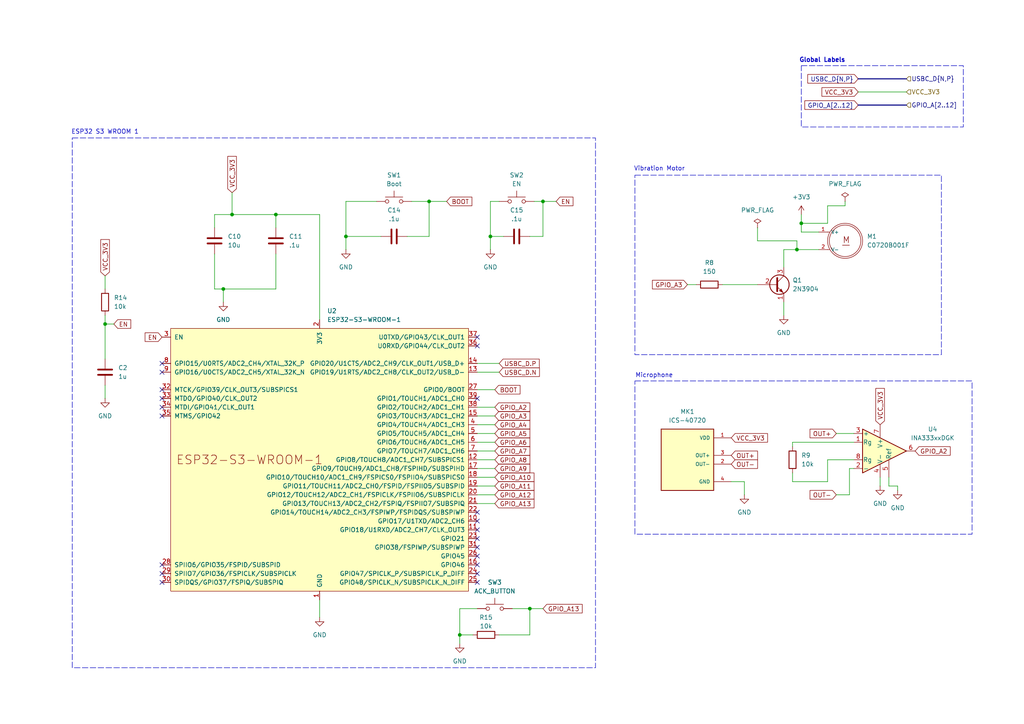
<source format=kicad_sch>
(kicad_sch (version 20231120) (generator "eeschema") (generator_version "8.0")
  (paper "A4")
  (lib_symbols
    (symbol "Amplifier_Instrumentation:INA333xxDGK" (pin_names (offset 0.127))
      (property "Reference" "U" (at 3.81 3.175 0))
      (property "Value" "INA333xxDGK" (at 3.81 -3.175 0))
      (symbol "INA333xxDGK_0_1"
        (polyline (pts (xy 7.62 0) (xy -5.08 6.35) (xy -5.08 -6.35) (xy 7.62 0)) (stroke (width 0.254)) (fill (type background)))
      )
      (symbol "INA333xxDGK_1_1"
        (pin passive line (at -7.62 2.54 0) (length 2.54) (name "Rg") (number "1"))
        (pin input line (at -7.62 -5.08 0) (length 2.54) (name "-") (number "2"))
        (pin input line (at -7.62 5.08 0) (length 2.54) (name "+") (number "3"))
        (pin power_in line (at 0 -7.62 90) (length 3.81) (name "V-") (number "4"))
        (pin input line (at 2.54 -7.62 90) (length 5.08) (name "Ref") (number "5"))
        (pin output line (at 10.16 0 180) (length 2.54) (name "~") (number "6"))
        (pin power_in line (at 0 7.62 270) (length 3.81) (name "V+") (number "7"))
        (pin passive line (at -7.62 -2.54 0) (length 2.54) (name "Rg") (number "8"))
      )
    )
    (symbol "C0720B001F:C0720B001F" (pin_names (offset 1.016))
      (property "Reference" "M" (at -6.3725 6.5 0))
      (property "Value" "C0720B001F" (at -5.5952 -9.0285 0))
      (symbol "C0720B001F_0_0"
        (polyline (pts (xy -5.08 2.54) (xy -4.572 2.54)) (stroke (width 0.1524)))
        (polyline (pts (xy -4.572 -2.54) (xy -5.08 -2.54)) (stroke (width 0.1524)))
        (polyline (pts (xy -0.762 -1.27) (xy 1.27 -1.27)) (stroke (width 0.1524)))
        (circle (center 0 0) (radius 4.572) (stroke (width 0.1524)))
        (circle (center 0 0) (radius 5.08) (stroke (width 0.1524)))
        (text "M" (at -0.7635 -0.7635 0) (effects (font (size 1.7815 1.7815)) (justify left bottom)))
        (pin power_in line (at -7.62 2.54 0) (length 2.54) (name "V+") (number "1"))
        (pin power_in line (at -7.62 -2.54 0) (length 2.54) (name "V-") (number "2"))
      )
    )
    (symbol "Device:C" (pin_numbers hide) (pin_names (offset 0.254))
      (property "Reference" "C" (at 0.635 2.54 0))
      (property "Value" "C" (at 0.635 -2.54 0))
      (symbol "C_0_1"
        (polyline (pts (xy -2.032 -0.762) (xy 2.032 -0.762)) (stroke (width 0.508)))
        (polyline (pts (xy -2.032 0.762) (xy 2.032 0.762)) (stroke (width 0.508)))
      )
      (symbol "C_1_1"
        (pin passive line (at 0 3.81 270) (length 2.794) (name "~") (number "1"))
        (pin passive line (at 0 -3.81 90) (length 2.794) (name "~") (number "2"))
      )
    )
    (symbol "Device:R" (pin_numbers hide) (pin_names (offset 0))
      (property "Reference" "R" (at 2.032 0 90))
      (property "Value" "R" (at 0 0 90))
      (symbol "R_0_1"
        (rectangle (start -1.016 -2.54) (end 1.016 2.54) (stroke (width 0.254)))
      )
      (symbol "R_1_1"
        (pin passive line (at 0 3.81 270) (length 1.27) (name "~") (number "1"))
        (pin passive line (at 0 -3.81 90) (length 1.27) (name "~") (number "2"))
      )
    )
    (symbol "ICS-40720:ICS-40720" (pin_names (offset 1.016))
      (property "Reference" "MK" (at -7.6535 10.7149 0))
      (property "Value" "ICS-40720" (at -7.6544 -10.2058 0))
      (symbol "ICS-40720_0_0"
        (rectangle (start -7.62 -7.62) (end 7.62 10.16) (stroke (width 0.254)) (fill (type background)))
        (pin power_in line (at 12.7 7.62 180) (length 5.08) (name "VDD") (number "1"))
        (pin output line (at 12.7 0 180) (length 5.08) (name "OUT-") (number "2"))
        (pin output line (at 12.7 2.54 180) (length 5.08) (name "OUT+") (number "3"))
        (pin power_in line (at 12.7 -5.08 180) (length 5.08) (name "GND") (number "4"))
      )
    )
    (symbol "PCM_Espressif:ESP32-S3-WROOM-1" (pin_names (offset 1.016))
      (property "Reference" "U" (at -43.18 43.18 0))
      (property "Value" "ESP32-S3-WROOM-1" (at -43.18 40.64 0))
      (symbol "ESP32-S3-WROOM-1_0_0"
        (text "ESP32-S3-WROOM-1" (at -20.32 0 0) (effects (font (size 2.54 2.54))))
        (pin power_in line (at 0 -40.64 90) (length 2.54) (name "GND") (number "1"))
        (pin bidirectional line (at 45.72 -17.78 180) (length 2.54) (name "GPIO17/U1TXD/ADC2_CH6") (number "10"))
        (pin bidirectional line (at 45.72 -20.32 180) (length 2.54) (name "GPIO18/U1RXD/ADC2_CH7/CLK_OUT3") (number "11"))
        (pin bidirectional line (at 45.72 0 180) (length 2.54) (name "GPIO8/TOUCH8/ADC1_CH7/SUBSPICS1") (number "12"))
        (pin bidirectional line (at 45.72 25.4 180) (length 2.54) (name "GPIO19/U1RTS/ADC2_CH8/CLK_OUT2/USB_D-") (number "13"))
        (pin bidirectional line (at 45.72 27.94 180) (length 2.54) (name "GPIO20/U1CTS/ADC2_CH9/CLK_OUT1/USB_D+") (number "14"))
        (pin bidirectional line (at 45.72 12.7 180) (length 2.54) (name "GPIO3/TOUCH3/ADC1_CH2") (number "15"))
        (pin bidirectional line (at 45.72 -30.48 180) (length 2.54) (name "GPIO46") (number "16"))
        (pin bidirectional line (at 45.72 -2.54 180) (length 2.54) (name "GPIO9/TOUCH9/ADC1_CH8/FSPIHD/SUBSPIHD") (number "17"))
        (pin bidirectional line (at 45.72 -5.08 180) (length 2.54) (name "GPIO10/TOUCH10/ADC1_CH9/FSPICS0/FSPIIO4/SUBSPICS0") (number "18"))
        (pin bidirectional line (at 45.72 -7.62 180) (length 2.54) (name "GPIO11/TOUCH11/ADC2_CH0/FSPID/FSPIIO5/SUBSPID") (number "19"))
        (pin power_in line (at 0 40.64 270) (length 2.54) (name "3V3") (number "2"))
        (pin bidirectional line (at 45.72 -10.16 180) (length 2.54) (name "GPIO12/TOUCH12/ADC2_CH1/FSPICLK/FSPIIO6/SUBSPICLK") (number "20"))
        (pin bidirectional line (at 45.72 -12.7 180) (length 2.54) (name "GPIO13/TOUCH13/ADC2_CH2/FSPIQ/FSPIIO7/SUBSPIQ") (number "21"))
        (pin bidirectional line (at 45.72 -15.24 180) (length 2.54) (name "GPIO14/TOUCH14/ADC2_CH3/FSPIWP/FSPIDQS/SUBSPIWP") (number "22"))
        (pin bidirectional line (at 45.72 -22.86 180) (length 2.54) (name "GPIO21") (number "23"))
        (pin bidirectional line (at 45.72 -33.02 180) (length 2.54) (name "GPIO47/SPICLK_P/SUBSPICLK_P_DIFF") (number "24"))
        (pin bidirectional line (at 45.72 -35.56 180) (length 2.54) (name "GPIO48/SPICLK_N/SUBSPICLK_N_DIFF") (number "25"))
        (pin bidirectional line (at 45.72 -27.94 180) (length 2.54) (name "GPIO45") (number "26"))
        (pin bidirectional line (at 45.72 20.32 180) (length 2.54) (name "GPIO0/BOOT") (number "27"))
        (pin bidirectional line (at -45.72 -30.48 0) (length 2.54) (name "SPIIO6/GPIO35/FSPID/SUBSPID") (number "28"))
        (pin bidirectional line (at -45.72 -33.02 0) (length 2.54) (name "SPIIO7/GPIO36/FSPICLK/SUBSPICLK") (number "29"))
        (pin input line (at -45.72 35.56 0) (length 2.54) (name "EN") (number "3"))
        (pin bidirectional line (at -45.72 -35.56 0) (length 2.54) (name "SPIDQS/GPIO37/FSPIQ/SUBSPIQ") (number "30"))
        (pin bidirectional line (at 45.72 -25.4 180) (length 2.54) (name "GPIO38/FSPIWP/SUBSPIWP") (number "31"))
        (pin bidirectional line (at -45.72 20.32 0) (length 2.54) (name "MTCK/GPIO39/CLK_OUT3/SUBSPICS1") (number "32"))
        (pin bidirectional line (at -45.72 17.78 0) (length 2.54) (name "MTDO/GPIO40/CLK_OUT2") (number "33"))
        (pin bidirectional line (at -45.72 15.24 0) (length 2.54) (name "MTDI/GPIO41/CLK_OUT1") (number "34"))
        (pin bidirectional line (at -45.72 12.7 0) (length 2.54) (name "MTMS/GPIO42") (number "35"))
        (pin bidirectional line (at 45.72 33.02 180) (length 2.54) (name "U0RXD/GPIO44/CLK_OUT2") (number "36"))
        (pin bidirectional line (at 45.72 35.56 180) (length 2.54) (name "U0TXD/GPIO43/CLK_OUT1") (number "37"))
        (pin bidirectional line (at 45.72 15.24 180) (length 2.54) (name "GPIO2/TOUCH2/ADC1_CH1") (number "38"))
        (pin bidirectional line (at 45.72 17.78 180) (length 2.54) (name "GPIO1/TOUCH1/ADC1_CH0") (number "39"))
        (pin bidirectional line (at 45.72 10.16 180) (length 2.54) (name "GPIO4/TOUCH4/ADC1_CH3") (number "4"))
        (pin passive line (at 0 -40.64 90) (length 2.54) hide (name "GND") (number "40"))
        (pin passive line (at 0 -40.64 90) (length 2.54) hide (name "GND") (number "41"))
        (pin bidirectional line (at 45.72 7.62 180) (length 2.54) (name "GPIO5/TOUCH5/ADC1_CH4") (number "5"))
        (pin bidirectional line (at 45.72 5.08 180) (length 2.54) (name "GPIO6/TOUCH6/ADC1_CH5") (number "6"))
        (pin bidirectional line (at 45.72 2.54 180) (length 2.54) (name "GPIO7/TOUCH7/ADC1_CH6") (number "7"))
        (pin bidirectional line (at -45.72 27.94 0) (length 2.54) (name "GPIO15/U0RTS/ADC2_CH4/XTAL_32K_P") (number "8"))
        (pin bidirectional line (at -45.72 25.4 0) (length 2.54) (name "GPIO16/U0CTS/ADC2_CH5/XTAL_32K_N") (number "9"))
      )
      (symbol "ESP32-S3-WROOM-1_0_1"
        (rectangle (start -43.18 38.1) (end 43.18 -38.1) (fill (type background)))
      )
    )
    (symbol "Switch:SW_Push" (pin_numbers hide) (pin_names (offset 1.016) hide)
      (property "Reference" "SW" (at 1.27 2.54 0))
      (property "Value" "SW_Push" (at 0 -1.524 0))
      (symbol "SW_Push_0_1"
        (circle (center -2.032 0) (radius 0.508))
        (polyline (pts (xy 0 1.27) (xy 0 3.048)))
        (polyline (pts (xy 2.54 1.27) (xy -2.54 1.27)))
        (circle (center 2.032 0) (radius 0.508))
        (pin passive line (at -5.08 0 0) (length 2.54) (name "1") (number "1"))
        (pin passive line (at 5.08 0 180) (length 2.54) (name "2") (number "2"))
      )
    )
    (symbol "Transistor_BJT:2N3904" (pin_names (offset 0) hide)
      (property "Reference" "Q" (at 5.08 1.905 0))
      (property "Value" "2N3904" (at 5.08 0 0))
      (symbol "2N3904_0_1"
        (polyline (pts (xy 0.635 0.635) (xy 2.54 2.54)))
        (polyline (pts (xy 0.635 -0.635) (xy 2.54 -2.54) (xy 2.54 -2.54)))
        (polyline (pts (xy 0.635 1.905) (xy 0.635 -1.905) (xy 0.635 -1.905)) (stroke (width 0.508)))
        (polyline (pts (xy 1.27 -1.778) (xy 1.778 -1.27) (xy 2.286 -2.286) (xy 1.27 -1.778) (xy 1.27 -1.778)) (fill (type outline)))
        (circle (center 1.27 0) (radius 2.8194) (stroke (width 0.254)))
      )
      (symbol "2N3904_1_1"
        (pin passive line (at 2.54 -5.08 90) (length 2.54) (name "E") (number "1"))
        (pin passive line (at -5.08 0 0) (length 5.715) (name "B") (number "2"))
        (pin passive line (at 2.54 5.08 270) (length 2.54) (name "C") (number "3"))
      )
    )
    (symbol "power:+3V3" (power) (pin_numbers hide) (pin_names (offset 0) hide)
      (property "Value" "+3V3" (at 0 3.556 0))
      (symbol "+3V3_0_1"
        (polyline (pts (xy -0.762 1.27) (xy 0 2.54)))
        (polyline (pts (xy 0 0) (xy 0 2.54)))
        (polyline (pts (xy 0 2.54) (xy 0.762 1.27)))
      )
      (symbol "+3V3_1_1"
        (pin power_in line (at 0 0 90) (length 0) (name "~") (number "1"))
      )
    )
    (symbol "power:GND" (power) (pin_numbers hide) (pin_names (offset 0) hide)
      (property "Value" "GND" (at 0 -3.81 0))
      (symbol "GND_0_1"
        (polyline (pts (xy 0 0) (xy 0 -1.27) (xy 1.27 -1.27) (xy 0 -2.54) (xy -1.27 -1.27) (xy 0 -1.27)))
      )
      (symbol "GND_1_1"
        (pin power_in line (at 0 0 270) (length 0) (name "~") (number "1"))
      )
    )
    (symbol "power:PWR_FLAG" (power) (pin_numbers hide) (pin_names (offset 0) hide)
      (property "Value" "PWR_FLAG" (at 0 3.81 0))
      (symbol "PWR_FLAG_0_0"
        (pin power_out line (at 0 0 90) (length 0) (name "~") (number "1"))
      )
      (symbol "PWR_FLAG_0_1"
        (polyline (pts (xy 0 0) (xy 0 1.27) (xy -1.016 1.905) (xy 0 2.54) (xy 1.016 1.905) (xy 0 1.27)))
      )
    )
  )
  (junction (at 100.33 68.58))
  (junction (at 80.01 62.23))
  (junction (at 142.24 68.58))
  (junction (at 124.46 58.42))
  (junction (at 153.67 176.53))
  (junction (at 30.48 93.98))
  (junction (at 67.31 62.23))
  (junction (at 157.48 58.42))
  (junction (at 231.14 72.39))
  (junction (at 64.77 83.82))
  (junction (at 133.35 184.15))
  (junction (at 232.41 64.77))
  (no_connect (at 46.99 115.57))
  (no_connect (at 138.43 163.83))
  (no_connect (at 138.43 166.37))
  (no_connect (at 46.99 105.41))
  (no_connect (at 138.43 156.21))
  (no_connect (at 138.43 151.13))
  (no_connect (at 46.99 107.95))
  (no_connect (at 138.43 153.67))
  (no_connect (at 138.43 158.75))
  (no_connect (at 46.99 113.03))
  (no_connect (at 46.99 120.65))
  (no_connect (at 138.43 115.57))
  (no_connect (at 46.99 168.91))
  (no_connect (at 138.43 168.91))
  (no_connect (at 46.99 166.37))
  (no_connect (at 138.43 161.29))
  (no_connect (at 46.99 163.83))
  (no_connect (at 138.43 100.33))
  (no_connect (at 46.99 118.11))
  (no_connect (at 138.43 97.79))
  (no_connect (at 138.43 148.59))
  (wire (pts (xy 227.33 72.39) (xy 231.14 72.39)))
  (wire (pts (xy 143.51 135.89) (xy 138.43 135.89)))
  (wire (pts (xy 246.38 143.51) (xy 242.57 143.51)))
  (wire (pts (xy 62.23 73.66) (xy 62.23 83.82)))
  (wire (pts (xy 64.77 83.82) (xy 80.01 83.82)))
  (wire (pts (xy 138.43 107.95) (xy 144.78 107.95)))
  (wire (pts (xy 100.33 68.58) (xy 110.49 68.58)))
  (wire (pts (xy 143.51 118.11) (xy 138.43 118.11)))
  (wire (pts (xy 260.35 140.97) (xy 260.35 142.24)))
  (wire (pts (xy 232.41 62.23) (xy 232.41 64.77)))
  (wire (pts (xy 227.33 87.63) (xy 227.33 91.44)))
  (wire (pts (xy 237.49 67.31) (xy 232.41 67.31)))
  (wire (pts (xy 242.57 125.73) (xy 247.65 125.73)))
  (wire (pts (xy 240.03 133.35) (xy 247.65 133.35)))
  (wire (pts (xy 245.11 58.42) (xy 245.11 59.69)))
  (wire (pts (xy 92.71 62.23) (xy 92.71 92.71)))
  (wire (pts (xy 257.81 138.43) (xy 257.81 140.97)))
  (wire (pts (xy 30.48 93.98) (xy 33.02 93.98)))
  (wire (pts (xy 133.35 176.53) (xy 133.35 184.15)))
  (wire (pts (xy 212.09 139.7) (xy 215.9 139.7)))
  (bus (pts (xy 248.92 22.86) (xy 262.89 22.86)))
  (wire (pts (xy 143.51 130.81) (xy 138.43 130.81)))
  (wire (pts (xy 247.65 135.89) (xy 246.38 135.89)))
  (wire (pts (xy 92.71 62.23) (xy 80.01 62.23)))
  (wire (pts (xy 80.01 73.66) (xy 80.01 83.82)))
  (wire (pts (xy 240.03 64.77) (xy 240.03 59.69)))
  (wire (pts (xy 124.46 58.42) (xy 129.54 58.42)))
  (wire (pts (xy 124.46 68.58) (xy 124.46 58.42)))
  (wire (pts (xy 142.24 68.58) (xy 142.24 72.39)))
  (wire (pts (xy 67.31 55.88) (xy 67.31 62.23)))
  (wire (pts (xy 143.51 143.51) (xy 138.43 143.51)))
  (wire (pts (xy 157.48 68.58) (xy 157.48 58.42)))
  (wire (pts (xy 142.24 58.42) (xy 142.24 68.58)))
  (wire (pts (xy 143.51 128.27) (xy 138.43 128.27)))
  (wire (pts (xy 30.48 93.98) (xy 30.48 104.14)))
  (wire (pts (xy 229.87 137.16) (xy 229.87 139.7)))
  (wire (pts (xy 143.51 146.05) (xy 138.43 146.05)))
  (wire (pts (xy 148.59 176.53) (xy 153.67 176.53)))
  (wire (pts (xy 231.14 72.39) (xy 237.49 72.39)))
  (wire (pts (xy 231.14 72.39) (xy 231.14 69.85)))
  (wire (pts (xy 229.87 128.27) (xy 247.65 128.27)))
  (wire (pts (xy 255.27 138.43) (xy 255.27 140.97)))
  (wire (pts (xy 232.41 64.77) (xy 232.41 67.31)))
  (wire (pts (xy 138.43 105.41) (xy 144.78 105.41)))
  (wire (pts (xy 229.87 128.27) (xy 229.87 129.54)))
  (wire (pts (xy 62.23 83.82) (xy 64.77 83.82)))
  (wire (pts (xy 246.38 135.89) (xy 246.38 143.51)))
  (wire (pts (xy 240.03 139.7) (xy 240.03 133.35)))
  (wire (pts (xy 215.9 139.7) (xy 215.9 143.51)))
  (wire (pts (xy 240.03 59.69) (xy 245.11 59.69)))
  (wire (pts (xy 143.51 125.73) (xy 138.43 125.73)))
  (wire (pts (xy 153.67 176.53) (xy 153.67 184.15)))
  (wire (pts (xy 100.33 58.42) (xy 100.33 68.58)))
  (wire (pts (xy 257.81 140.97) (xy 260.35 140.97)))
  (wire (pts (xy 80.01 62.23) (xy 80.01 66.04)))
  (wire (pts (xy 209.55 82.55) (xy 219.71 82.55)))
  (wire (pts (xy 142.24 68.58) (xy 146.05 68.58)))
  (wire (pts (xy 133.35 184.15) (xy 133.35 186.69)))
  (wire (pts (xy 153.67 176.53) (xy 157.48 176.53)))
  (wire (pts (xy 232.41 64.77) (xy 240.03 64.77)))
  (wire (pts (xy 118.11 68.58) (xy 124.46 68.58)))
  (wire (pts (xy 143.51 140.97) (xy 138.43 140.97)))
  (wire (pts (xy 144.78 184.15) (xy 153.67 184.15)))
  (wire (pts (xy 144.78 58.42) (xy 142.24 58.42)))
  (wire (pts (xy 92.71 173.99) (xy 92.71 179.07)))
  (wire (pts (xy 143.51 123.19) (xy 138.43 123.19)))
  (wire (pts (xy 80.01 62.23) (xy 67.31 62.23)))
  (wire (pts (xy 248.92 26.67) (xy 262.89 26.67)))
  (wire (pts (xy 138.43 176.53) (xy 133.35 176.53)))
  (wire (pts (xy 153.67 68.58) (xy 157.48 68.58)))
  (wire (pts (xy 199.39 82.55) (xy 201.93 82.55)))
  (wire (pts (xy 143.51 120.65) (xy 138.43 120.65)))
  (wire (pts (xy 64.77 83.82) (xy 64.77 87.63)))
  (wire (pts (xy 154.94 58.42) (xy 157.48 58.42)))
  (wire (pts (xy 227.33 77.47) (xy 227.33 72.39)))
  (wire (pts (xy 231.14 69.85) (xy 219.71 69.85)))
  (wire (pts (xy 157.48 58.42) (xy 161.29 58.42)))
  (wire (pts (xy 133.35 184.15) (xy 137.16 184.15)))
  (wire (pts (xy 143.51 133.35) (xy 138.43 133.35)))
  (wire (pts (xy 67.31 62.23) (xy 62.23 62.23)))
  (wire (pts (xy 219.71 66.04) (xy 219.71 69.85)))
  (wire (pts (xy 143.51 138.43) (xy 138.43 138.43)))
  (wire (pts (xy 109.22 58.42) (xy 100.33 58.42)))
  (wire (pts (xy 229.87 139.7) (xy 240.03 139.7)))
  (wire (pts (xy 143.51 113.03) (xy 138.43 113.03)))
  (wire (pts (xy 119.38 58.42) (xy 124.46 58.42)))
  (bus (pts (xy 248.92 30.48) (xy 262.89 30.48)))
  (wire (pts (xy 30.48 111.76) (xy 30.48 115.57)))
  (wire (pts (xy 100.33 68.58) (xy 100.33 72.39)))
  (wire (pts (xy 62.23 62.23) (xy 62.23 66.04)))
  (wire (pts (xy 30.48 91.44) (xy 30.48 93.98)))
  (wire (pts (xy 30.48 80.01) (xy 30.48 83.82)))
  (rectangle (start 20.955 40.005) (end 172.72 193.675) (stroke (width 0) (type dash)))
  (rectangle (start 184.15 50.8) (end 273.05 102.87) (stroke (width 0) (type dash)))
  (rectangle (start 184.15 110.49) (end 281.94 154.94) (stroke (width 0) (type dash)))
  (rectangle (start 232.41 19.05) (end 279.4 36.83) (stroke (width 0) (type dash)))
  (text "Global Labels" (at 238.506 17.526 0) (effects (font (size 1.27 1.27) (thickness 0.254) (bold yes))))
  (text "Microphone" (at 189.738 108.966 0) (effects (font (size 1.27 1.27))))
  (text "ESP32 S3 WROOM 1" (at 30.48 38.354 0) (effects (font (size 1.27 1.27))))
  (text "Vibration Motor" (at 191.262 49.022 0) (effects (font (size 1.27 1.27))))
  (global_label "VCC_3V3" (shape input) (at 67.31 55.88 90) (property "Intersheetrefs" "${INTERSHEET_REFS}" (effects (hide yes))))
  (global_label "EN" (shape input) (at 46.99 97.79 180) (property "Intersheetrefs" "${INTERSHEET_REFS}" (effects (hide yes))))
  (global_label "BOOT" (shape input) (at 143.51 113.03 0) (property "Intersheetrefs" "${INTERSHEET_REFS}" (effects (hide yes))))
  (global_label "GPIO_A3" (shape input) (at 143.51 120.65 0) (property "Intersheetrefs" "${INTERSHEET_REFS}" (effects (hide yes))))
  (global_label "EN" (shape input) (at 161.29 58.42 0) (property "Intersheetrefs" "${INTERSHEET_REFS}" (effects (hide yes))))
  (global_label "USBC_D{N,P}" (shape input) (at 248.92 22.86 180) (property "Intersheetrefs" "${INTERSHEET_REFS}" (effects (hide yes))))
  (global_label "USBC_D.P" (shape input) (at 144.78 105.41 0) (property "Intersheetrefs" "${INTERSHEET_REFS}" (effects (hide yes))))
  (global_label "OUT+" (shape input) (at 242.57 125.73 180) (property "Intersheetrefs" "${INTERSHEET_REFS}" (effects (hide yes))))
  (global_label "GPIO_A6" (shape input) (at 143.51 128.27 0) (property "Intersheetrefs" "${INTERSHEET_REFS}" (effects (hide yes))))
  (global_label "GPIO_A13" (shape input) (at 157.48 176.53 0) (property "Intersheetrefs" "${INTERSHEET_REFS}" (effects (hide yes))))
  (global_label "EN" (shape input) (at 33.02 93.98 0) (property "Intersheetrefs" "${INTERSHEET_REFS}" (effects (hide yes))))
  (global_label "USBC_D.N" (shape input) (at 144.78 107.95 0) (property "Intersheetrefs" "${INTERSHEET_REFS}" (effects (hide yes))))
  (global_label "GPIO_A2" (shape input) (at 143.51 118.11 0) (property "Intersheetrefs" "${INTERSHEET_REFS}" (effects (hide yes))))
  (global_label "GPIO_A12" (shape input) (at 143.51 143.51 0) (property "Intersheetrefs" "${INTERSHEET_REFS}" (effects (hide yes))))
  (global_label "VCC_3V3" (shape input) (at 255.27 123.19 90) (property "Intersheetrefs" "${INTERSHEET_REFS}" (effects (hide yes))))
  (global_label "GPIO_A2" (shape input) (at 265.43 130.81 0) (property "Intersheetrefs" "${INTERSHEET_REFS}" (effects (hide yes))))
  (global_label "GPIO_A11" (shape input) (at 143.51 140.97 0) (property "Intersheetrefs" "${INTERSHEET_REFS}" (effects (hide yes))))
  (global_label "GPIO_A3" (shape input) (at 199.39 82.55 180) (property "Intersheetrefs" "${INTERSHEET_REFS}" (effects (hide yes))))
  (global_label "GPIO_A[2..12]" (shape input) (at 248.92 30.48 180) (property "Intersheetrefs" "${INTERSHEET_REFS}" (effects (hide yes))))
  (global_label "OUT-" (shape input) (at 242.57 143.51 180) (property "Intersheetrefs" "${INTERSHEET_REFS}" (effects (hide yes))))
  (global_label "VCC_3V3" (shape input) (at 30.48 80.01 90) (property "Intersheetrefs" "${INTERSHEET_REFS}" (effects (hide yes))))
  (global_label "BOOT" (shape input) (at 129.54 58.42 0) (property "Intersheetrefs" "${INTERSHEET_REFS}" (effects (hide yes))))
  (global_label "OUT+" (shape input) (at 212.09 132.08 0) (property "Intersheetrefs" "${INTERSHEET_REFS}" (effects (hide yes))))
  (global_label "GPIO_A4" (shape input) (at 143.51 123.19 0) (property "Intersheetrefs" "${INTERSHEET_REFS}" (effects (hide yes))))
  (global_label "GPIO_A9" (shape input) (at 143.51 135.89 0) (property "Intersheetrefs" "${INTERSHEET_REFS}" (effects (hide yes))))
  (global_label "VCC_3V3" (shape input) (at 212.09 127 0) (property "Intersheetrefs" "${INTERSHEET_REFS}" (effects (hide yes))))
  (global_label "VCC_3V3" (shape input) (at 248.92 26.67 180) (property "Intersheetrefs" "${INTERSHEET_REFS}" (effects (hide yes))))
  (global_label "GPIO_A5" (shape input) (at 143.51 125.73 0) (property "Intersheetrefs" "${INTERSHEET_REFS}" (effects (hide yes))))
  (global_label "GPIO_A7" (shape input) (at 143.51 130.81 0) (property "Intersheetrefs" "${INTERSHEET_REFS}" (effects (hide yes))))
  (global_label "GPIO_A10" (shape input) (at 143.51 138.43 0) (property "Intersheetrefs" "${INTERSHEET_REFS}" (effects (hide yes))))
  (global_label "GPIO_A8" (shape input) (at 143.51 133.35 0) (property "Intersheetrefs" "${INTERSHEET_REFS}" (effects (hide yes))))
  (global_label "OUT-" (shape input) (at 212.09 134.62 0) (property "Intersheetrefs" "${INTERSHEET_REFS}" (effects (hide yes))))
  (global_label "GPIO_A13" (shape input) (at 143.51 146.05 0) (property "Intersheetrefs" "${INTERSHEET_REFS}" (effects (hide yes))))
  (hierarchical_label "GPIO_A[2..12]" (shape input) (at 262.89 30.48 0))
  (hierarchical_label "USBC_D{N,P}" (shape input) (at 262.89 22.86 0))
  (hierarchical_label "VCC_3V3" (shape input) (at 262.89 26.67 0))
  (symbol (lib_id "power:GND") (at 30.48 115.57 0) (unit 1)
    (property "Reference" "#PWR04" (effects (hide yes)))
    (property "Value" "GND" (at 30.48 120.65 0))
    (property "Description" "Power symbol creates a global label with name \"GND\" , ground" (effects (hide yes)))
  )
  (symbol (lib_id "Device:C") (at 62.23 69.85 0) (unit 1)
    (property "Reference" "C10" (at 66.04 68.5799 0) (effects (justify left)))
    (property "Value" "10u" (at 66.04 71.1199 0) (effects (justify left)))
    (property "Footprint" "Capacitor_SMD:C_0805_2012Metric_Pad1.18x1.45mm_HandSolder" (effects (hide yes)))
    (property "Description" "Unpolarized capacitor" (effects (hide yes)))
  )
  (symbol (lib_id "power:+3V3") (at 232.41 62.23 0) (unit 1)
    (property "Reference" "#PWR031" (effects (hide yes)))
    (property "Value" "+3V3" (at 232.41 57.15 0))
    (property "Description" "Power symbol creates a global label with name \"+3V3\"" (effects (hide yes)))
  )
  (symbol (lib_id "power:GND") (at 92.71 179.07 0) (unit 1)
    (property "Reference" "#PWR016" (effects (hide yes)))
    (property "Value" "GND" (at 92.71 184.15 0))
    (property "Description" "Power symbol creates a global label with name \"GND\" , ground" (effects (hide yes)))
  )
  (symbol (lib_id "power:GND") (at 255.27 140.97 0) (unit 1)
    (property "Reference" "#PWR017" (effects (hide yes)))
    (property "Value" "GND" (at 255.27 146.05 0))
    (property "Description" "Power symbol creates a global label with name \"GND\" , ground" (effects (hide yes)))
  )
  (symbol (lib_id "Device:R") (at 205.74 82.55 90) (unit 1)
    (property "Reference" "R8" (at 205.74 76.2 90))
    (property "Value" "150" (at 205.74 78.74 90))
    (property "Footprint" "Resistor_SMD:R_0805_2012Metric_Pad1.20x1.40mm_HandSolder" (effects (hide yes)))
    (property "Description" "Resistor" (effects (hide yes)))
  )
  (symbol (lib_id "PCM_Espressif:ESP32-S3-WROOM-1") (at 92.71 133.35 0) (unit 1)
    (property "Reference" "U2" (at 94.9041 90.17 0) (effects (justify left)))
    (property "Value" "ESP32-S3-WROOM-1" (at 94.9041 92.71 0) (effects (justify left)))
    (property "Footprint" "PCM_Espressif:ESP32-S3-WROOM-1" (effects (hide yes)))
    (property "Datasheet" "https://www.espressif.com/sites/default/files/documentation/esp32-s3-wroom-1_wroom-1u_datasheet_en.pdf" (effects (hide yes)))
    (property "Description" "2.4 GHz WiFi (802.11 b/g/n) and Bluetooth ® 5 (LE) module Built around ESP32S3 series of SoCs, Xtensa ® dualcore 32bit LX7 microprocessor Flash up to 16 MB, PSRAM up to 8 MB 36 GPIOs, rich set of peripherals Onboard PCB antenna" (effects (hide yes)))
  )
  (symbol (lib_id "Device:R") (at 229.87 133.35 180) (unit 1)
    (property "Reference" "R9" (at 232.41 132.0799 0) (effects (justify right)))
    (property "Value" "10k" (at 232.41 134.6199 0) (effects (justify right)))
    (property "Footprint" "Resistor_SMD:R_0805_2012Metric_Pad1.20x1.40mm_HandSolder" (effects (hide yes)))
    (property "Description" "Resistor" (effects (hide yes)))
  )
  (symbol (lib_id "power:GND") (at 260.35 142.24 0) (unit 1)
    (property "Reference" "#PWR032" (effects (hide yes)))
    (property "Value" "GND" (at 260.35 147.32 0))
    (property "Description" "Power symbol creates a global label with name \"GND\" , ground" (effects (hide yes)))
  )
  (symbol (lib_id "power:GND") (at 100.33 72.39 0) (unit 1)
    (property "Reference" "#PWR015" (effects (hide yes)))
    (property "Value" "GND" (at 100.33 77.47 0))
    (property "Description" "Power symbol creates a global label with name \"GND\" , ground" (effects (hide yes)))
  )
  (symbol (lib_id "Switch:SW_Push") (at 143.51 176.53 0) (unit 1)
    (property "Reference" "SW3" (at 143.51 168.91 0))
    (property "Value" "ACK_BUTTON" (at 143.51 171.45 0))
    (property "Footprint" "Button_Switch_SMD:SW_SPST_B3U-1000P" (effects (hide yes)))
    (property "Description" "Push button switch, generic, two pins" (effects (hide yes)))
  )
  (symbol (lib_id "Switch:SW_Push") (at 114.3 58.42 0) (unit 1)
    (property "Reference" "SW1" (at 114.3 50.8 0))
    (property "Value" "Boot" (at 114.3 53.34 0))
    (property "Footprint" "Button_Switch_SMD:SW_SPST_B3U-1000P" (effects (hide yes)))
    (property "Description" "Push button switch, generic, two pins" (effects (hide yes)))
  )
  (symbol (lib_id "power:PWR_FLAG") (at 219.71 66.04 0) (unit 1)
    (property "Reference" "#FLG06" (effects (hide yes)))
    (property "Value" "PWR_FLAG" (at 219.71 60.96 0))
    (property "Description" "Special symbol for telling ERC where power comes from" (effects (hide yes)))
  )
  (symbol (lib_id "power:GND") (at 133.35 186.69 0) (unit 1)
    (property "Reference" "#PWR035" (effects (hide yes)))
    (property "Value" "GND" (at 133.35 191.77 0))
    (property "Description" "Power symbol creates a global label with name \"GND\" , ground" (effects (hide yes)))
  )
  (symbol (lib_id "Device:C") (at 30.48 107.95 0) (unit 1)
    (property "Reference" "C2" (at 34.29 106.6799 0) (effects (justify left)))
    (property "Value" "1u" (at 34.29 109.2199 0) (effects (justify left)))
    (property "Footprint" "Capacitor_SMD:C_0805_2012Metric_Pad1.18x1.45mm_HandSolder" (effects (hide yes)))
    (property "Description" "Unpolarized capacitor" (effects (hide yes)))
  )
  (symbol (lib_id "power:PWR_FLAG") (at 245.11 58.42 0) (unit 1)
    (property "Reference" "#FLG05" (effects (hide yes)))
    (property "Value" "PWR_FLAG" (at 245.11 53.34 0))
    (property "Description" "Special symbol for telling ERC where power comes from" (effects (hide yes)))
  )
  (symbol (lib_id "Device:C") (at 114.3 68.58 90) (unit 1)
    (property "Reference" "C14" (at 114.3 60.96 90))
    (property "Value" ".1u" (at 114.3 63.5 90))
    (property "Footprint" "Capacitor_SMD:C_0805_2012Metric_Pad1.18x1.45mm_HandSolder" (effects (hide yes)))
    (property "Description" "Unpolarized capacitor" (effects (hide yes)))
  )
  (symbol (lib_id "Switch:SW_Push") (at 149.86 58.42 0) (unit 1)
    (property "Reference" "SW2" (at 149.86 50.8 0))
    (property "Value" "EN" (at 149.86 53.34 0))
    (property "Footprint" "Button_Switch_SMD:SW_SPST_B3U-1000P" (effects (hide yes)))
    (property "Description" "Push button switch, generic, two pins" (effects (hide yes)))
  )
  (symbol (lib_id "power:GND") (at 64.77 87.63 0) (unit 1)
    (property "Reference" "#PWR014" (effects (hide yes)))
    (property "Value" "GND" (at 64.77 92.71 0))
    (property "Description" "Power symbol creates a global label with name \"GND\" , ground" (effects (hide yes)))
  )
  (symbol (lib_id "power:GND") (at 215.9 143.51 0) (unit 1)
    (property "Reference" "#PWR018" (effects (hide yes)))
    (property "Value" "GND" (at 215.9 148.59 0))
    (property "Description" "Power symbol creates a global label with name \"GND\" , ground" (effects (hide yes)))
  )
  (symbol (lib_id "Device:R") (at 30.48 87.63 0) (unit 1)
    (property "Reference" "R14" (at 33.02 86.3599 0) (effects (justify left)))
    (property "Value" "10k" (at 33.02 88.8999 0) (effects (justify left)))
    (property "Footprint" "Resistor_SMD:R_0805_2012Metric_Pad1.20x1.40mm_HandSolder" (effects (hide yes)))
    (property "Description" "Resistor" (effects (hide yes)))
  )
  (symbol (lib_id "Transistor_BJT:2N3904") (at 224.79 82.55 0) (unit 1)
    (property "Reference" "Q1" (at 229.87 81.2799 0) (effects (justify left)))
    (property "Value" "2N3904" (at 229.87 83.8199 0) (effects (justify left)))
    (property "Footprint" "Package_TO_SOT_THT:TO-92_Inline" (effects (hide yes)))
    (property "Datasheet" "https://www.onsemi.com/pub/Collateral/2N3903-D.PDF" (effects (hide yes)))
    (property "Description" "0.2A Ic, 40V Vce, Small Signal NPN Transistor, TO-92" (effects (hide yes)))
  )
  (symbol (lib_id "C0720B001F:C0720B001F") (at 245.11 69.85 0) (unit 1)
    (property "Reference" "M1" (at 251.46 68.5799 0) (effects (justify left)))
    (property "Value" "C0720B001F" (at 251.46 71.1199 0) (effects (justify left)))
    (property "Footprint" "C0720B001F:XDCR_C0720B001F" (effects (hide yes)))
    (property "MF" "Jinlong Machinery" (effects (hide yes)))
    (property "Description_1" "\n                        \n                            - DC Motor Vibration, ERM 10000 RPM - - 3VDC\n                        \n" (effects (hide yes)))
    (property "Package" "None" (effects (hide yes)))
    (property "Price" "None" (effects (hide yes)))
    (property "SnapEDA_Link" "https://www.snapeda.com/parts/C0720B001F/Jinlong+Machinery+%2526+Electronics/view-part/?ref=snap" (effects (hide yes)))
    (property "MP" "C0720B001F" (effects (hide yes)))
    (property "Availability" "Not in stock" (effects (hide yes)))
    (property "Check_prices" "https://www.snapeda.com/parts/C0720B001F/Jinlong+Machinery+%2526+Electronics/view-part/?ref=eda" (effects (hide yes)))
  )
  (symbol (lib_id "power:GND") (at 227.33 91.44 0) (unit 1)
    (property "Reference" "#PWR03" (effects (hide yes)))
    (property "Value" "GND" (at 227.33 96.52 0))
    (property "Description" "Power symbol creates a global label with name \"GND\" , ground" (effects (hide yes)))
  )
  (symbol (lib_id "Device:R") (at 140.97 184.15 90) (unit 1)
    (property "Reference" "R15" (at 140.97 179.07 90))
    (property "Value" "10k" (at 140.97 181.61 90))
    (property "Footprint" "Resistor_SMD:R_0805_2012Metric_Pad1.20x1.40mm_HandSolder" (effects (hide yes)))
    (property "Description" "Resistor" (effects (hide yes)))
  )
  (symbol (lib_id "power:GND") (at 142.24 72.39 0) (unit 1)
    (property "Reference" "#PWR033" (effects (hide yes)))
    (property "Value" "GND" (at 142.24 77.47 0))
    (property "Description" "Power symbol creates a global label with name \"GND\" , ground" (effects (hide yes)))
  )
  (symbol (lib_id "Device:C") (at 149.86 68.58 90) (unit 1)
    (property "Reference" "C15" (at 149.86 60.96 90))
    (property "Value" ".1u" (at 149.86 63.5 90))
    (property "Footprint" "Capacitor_SMD:C_0805_2012Metric_Pad1.18x1.45mm_HandSolder" (effects (hide yes)))
    (property "Description" "Unpolarized capacitor" (effects (hide yes)))
  )
  (symbol (lib_id "ICS-40720:ICS-40720") (at 199.39 134.62 0) (unit 1)
    (property "Reference" "MK1" (at 199.39 119.38 0))
    (property "Value" "ICS-40720" (at 199.39 121.92 0))
    (property "Footprint" "ICS-40720:MIC_ICS-40720" (effects (hide yes)))
    (property "MF" "TDK InvenSense" (effects (hide yes)))
    (property "DESCRIPTION" "Ultra Low Noise Microphone with Differentrial Output" (effects (hide yes)))
    (property "PACKAGE" "LGA-4 TDK-InvenSense" (effects (hide yes)))
    (property "PRICE" "2.86 USD" (effects (hide yes)))
    (property "Package" "None" (effects (hide yes)))
    (property "Check_prices" "https://www.snapeda.com/parts/ICS-40720/TDK/view-part/?ref=eda" (effects (hide yes)))
    (property "Price" "None" (effects (hide yes)))
    (property "SnapEDA_Link" "https://www.snapeda.com/parts/ICS-40720/TDK/view-part/?ref=snap" (effects (hide yes)))
    (property "MP" "ICS-40720" (effects (hide yes)))
    (property "Availability" "In Stock" (effects (hide yes)))
    (property "AVAILABILITY" "Good" (effects (hide yes)))
    (property "Description_1" "\n                        \n                            75 Hz ~ 20 kHz Analog Microphone MEMS (Silicon) 1.5 V ~ 3.63 V Omnidirectional (-38dB ±2dB @ 94dB SPL) Solder Pads\n                        \n" (effects (hide yes)))
  )
  (symbol (lib_id "Device:C") (at 80.01 69.85 0) (unit 1)
    (property "Reference" "C11" (at 83.82 68.5799 0) (effects (justify left)))
    (property "Value" ".1u" (at 83.82 71.1199 0) (effects (justify left)))
    (property "Footprint" "Capacitor_SMD:C_0805_2012Metric_Pad1.18x1.45mm_HandSolder" (effects (hide yes)))
    (property "Description" "Unpolarized capacitor" (effects (hide yes)))
  )
  (symbol (lib_id "Amplifier_Instrumentation:INA333xxDGK") (at 255.27 130.81 0) (unit 1)
    (property "Reference" "U4" (at 270.51 124.4914 0))
    (property "Value" "INA333xxDGK" (at 270.51 127.0314 0))
    (property "Footprint" "Package_SO:VSSOP-8_3x3mm_P0.65mm" (effects (hide yes)))
    (property "Datasheet" "https://www.ti.com/lit/ds/symlink/ina333.pdf" (effects (hide yes)))
    (property "Description" "Zero Drift, Micropower Instrumentation Amplifier G = 1 + 100kOhm/Rg, VSSOP-8" (effects (hide yes)))
  )
)
</source>
